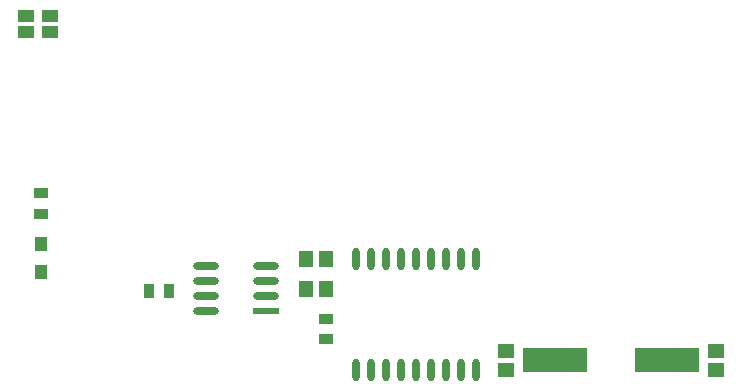
<source format=gtp>
G04*
G04 #@! TF.GenerationSoftware,Altium Limited,Altium Designer,22.10.1 (41)*
G04*
G04 Layer_Color=8421504*
%FSLAX44Y44*%
%MOMM*%
G71*
G04*
G04 #@! TF.SameCoordinates,51D38C2D-7858-46DE-8B48-74D45336439E*
G04*
G04*
G04 #@! TF.FilePolarity,Positive*
G04*
G01*
G75*
%ADD14R,1.3500X1.1000*%
%ADD15R,1.1000X1.2500*%
%ADD16R,5.5000X2.0000*%
G04:AMPARAMS|DCode=17|XSize=1.9mm|YSize=0.6mm|CornerRadius=0.3mm|HoleSize=0mm|Usage=FLASHONLY|Rotation=90.000|XOffset=0mm|YOffset=0mm|HoleType=Round|Shape=RoundedRectangle|*
%AMROUNDEDRECTD17*
21,1,1.9000,0.0000,0,0,90.0*
21,1,1.3000,0.6000,0,0,90.0*
1,1,0.6000,0.0000,0.6500*
1,1,0.6000,0.0000,-0.6500*
1,1,0.6000,0.0000,-0.6500*
1,1,0.6000,0.0000,0.6500*
%
%ADD17ROUNDEDRECTD17*%
%ADD18R,1.2500X1.4500*%
%ADD19R,1.3082X0.8065*%
%ADD20R,2.2044X0.6080*%
G04:AMPARAMS|DCode=21|XSize=2.2044mm|YSize=0.608mm|CornerRadius=0.304mm|HoleSize=0mm|Usage=FLASHONLY|Rotation=180.000|XOffset=0mm|YOffset=0mm|HoleType=Round|Shape=RoundedRectangle|*
%AMROUNDEDRECTD21*
21,1,2.2044,0.0000,0,0,180.0*
21,1,1.5965,0.6080,0,0,180.0*
1,1,0.6080,-0.7982,0.0000*
1,1,0.6080,0.7982,0.0000*
1,1,0.6080,0.7982,0.0000*
1,1,0.6080,-0.7982,0.0000*
%
%ADD21ROUNDEDRECTD21*%
%ADD22R,0.8065X1.3082*%
%ADD23R,1.4500X1.2500*%
D14*
X45720Y307960D02*
D03*
Y321960D02*
D03*
X25400Y307960D02*
D03*
Y321960D02*
D03*
D15*
X38100Y128590D02*
D03*
Y105090D02*
D03*
D16*
X473200Y30480D02*
D03*
X568200D02*
D03*
D17*
X304800Y21580D02*
D03*
X317500D02*
D03*
X330200D02*
D03*
X342900D02*
D03*
X355600D02*
D03*
X368300D02*
D03*
X381000D02*
D03*
X393700D02*
D03*
X406400D02*
D03*
Y115580D02*
D03*
X393700D02*
D03*
X381000D02*
D03*
X368300D02*
D03*
X355600D02*
D03*
X342900D02*
D03*
X330200D02*
D03*
X317500D02*
D03*
X304800D02*
D03*
D18*
X262900Y116300D02*
D03*
X279400D02*
D03*
X262900Y90900D02*
D03*
X279400D02*
D03*
D19*
Y48483D02*
D03*
Y65500D02*
D03*
X38100Y171417D02*
D03*
Y154400D02*
D03*
D20*
X228709Y71850D02*
D03*
D21*
Y84550D02*
D03*
Y97250D02*
D03*
Y109950D02*
D03*
X177691D02*
D03*
Y97250D02*
D03*
Y84550D02*
D03*
Y71850D02*
D03*
D22*
X146557Y88900D02*
D03*
X129540D02*
D03*
D23*
X609600Y21600D02*
D03*
Y38100D02*
D03*
X431800Y21600D02*
D03*
Y38100D02*
D03*
M02*

</source>
